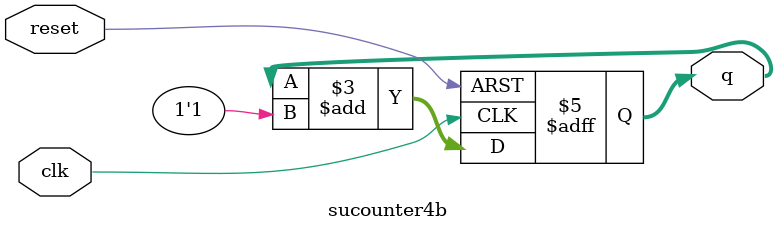
<source format=v>
module sucounter4b (clk, reset, q);
input clk, reset;
output reg [3:0] q;

initial q = 4'b0000;

always@ (posedge clk or negedge reset)
begin
	if (!reset)
		q <= 4'b0000;
	else
		q <= q + 1'b1;
end

endmodule

</source>
